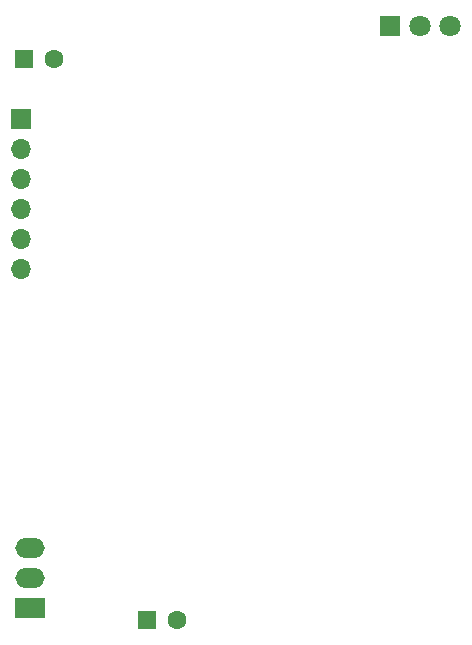
<source format=gbr>
%TF.GenerationSoftware,KiCad,Pcbnew,5.1.9+dfsg1-1*%
%TF.CreationDate,2021-05-25T15:45:51+02:00*%
%TF.ProjectId,vscp-din-wireless-esp32-flat,76736370-2d64-4696-9e2d-776972656c65,rev?*%
%TF.SameCoordinates,Original*%
%TF.FileFunction,Soldermask,Bot*%
%TF.FilePolarity,Negative*%
%FSLAX46Y46*%
G04 Gerber Fmt 4.6, Leading zero omitted, Abs format (unit mm)*
G04 Created by KiCad (PCBNEW 5.1.9+dfsg1-1) date 2021-05-25 15:45:51*
%MOMM*%
%LPD*%
G01*
G04 APERTURE LIST*
%ADD10O,2.500000X1.700000*%
%ADD11R,2.500000X1.700000*%
%ADD12C,1.600000*%
%ADD13R,1.600000X1.600000*%
%ADD14C,1.800000*%
%ADD15R,1.800000X1.800000*%
%ADD16O,1.700000X1.700000*%
%ADD17R,1.700000X1.700000*%
G04 APERTURE END LIST*
D10*
%TO.C,U2*%
X131064000Y-99568000D03*
X131064000Y-102108000D03*
D11*
X131064000Y-104648000D03*
%TD*%
D12*
%TO.C,C5*%
X143470000Y-105664000D03*
D13*
X140970000Y-105664000D03*
%TD*%
D14*
%TO.C,D1*%
X166624000Y-55372000D03*
X164084000Y-55372000D03*
D15*
X161544000Y-55372000D03*
%TD*%
D12*
%TO.C,C2*%
X133056000Y-58166000D03*
D13*
X130556000Y-58166000D03*
%TD*%
D16*
%TO.C,J3*%
X130302000Y-75946000D03*
X130302000Y-73406000D03*
X130302000Y-70866000D03*
X130302000Y-68326000D03*
X130302000Y-65786000D03*
D17*
X130302000Y-63246000D03*
%TD*%
M02*

</source>
